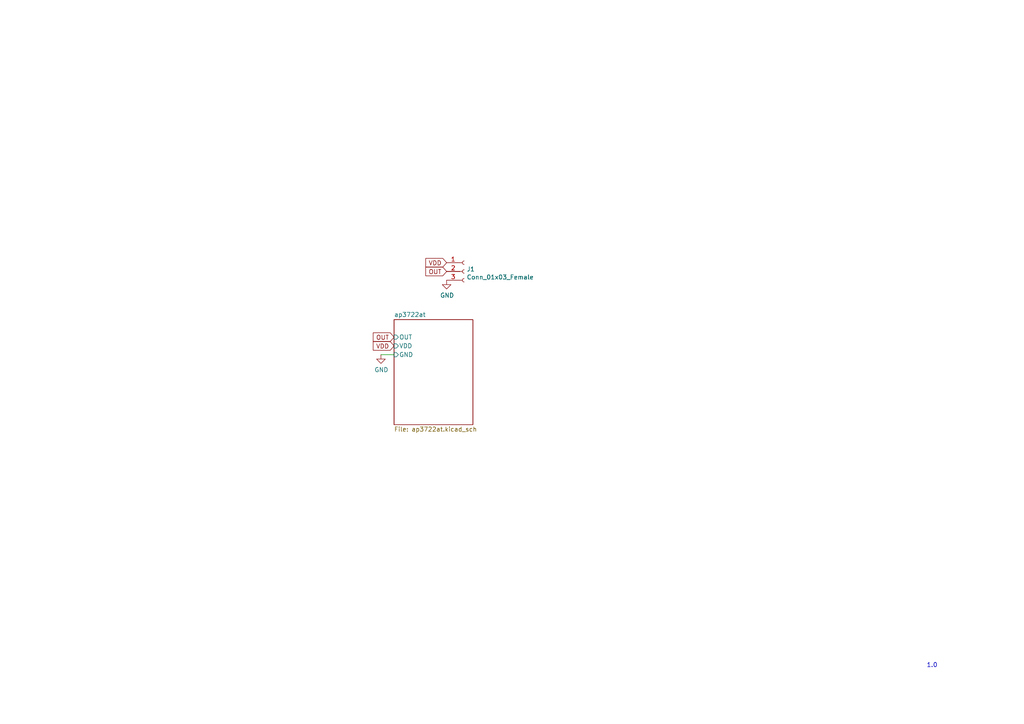
<source format=kicad_sch>
(kicad_sch (version 20211123) (generator eeschema)
  (paper "A4")
  (lib_symbols
    (symbol "Connector:Conn_01x03_Female" (pin_names (offset 1.016) hide)
      (property "Reference" "J" (at 0 5.08 0))
      (property "Value" "Conn_01x03_Female" (at 0 -5.08 0))
      (symbol "Conn_01x03_Female_1_1"
        (arc (start 0 -2.032) (mid -0.508 -2.54) (end 0 -3.048) (stroke (width 0.1524)))
        (polyline (pts (xy -1.27 -2.54) (xy -0.508 -2.54)) (stroke (width 0.1524)))
        (polyline (pts (xy -1.27 0) (xy -0.508 0)) (stroke (width 0.1524)))
        (polyline (pts (xy -1.27 2.54) (xy -0.508 2.54)) (stroke (width 0.1524)))
        (arc (start 0 0.508) (mid -0.508 0) (end 0 -0.508) (stroke (width 0.1524)))
        (arc (start 0 3.048) (mid -0.508 2.54) (end 0 2.032) (stroke (width 0.1524)))
        (pin passive line (at -5.08 2.54 0) (length 3.81) (name "Pin_1") (number "1"))
        (pin passive line (at -5.08 0 0) (length 3.81) (name "Pin_2") (number "2"))
        (pin passive line (at -5.08 -2.54 0) (length 3.81) (name "Pin_3") (number "3"))
      )
    )
    (symbol "power:GND" (power) (pin_names (offset 0))
      (property "Value" "GND" (at 0 -3.81 0))
      (symbol "GND_0_1"
        (polyline (pts (xy 0 0) (xy 0 -1.27) (xy 1.27 -1.27) (xy 0 -2.54) (xy -1.27 -1.27) (xy 0 -1.27)))
      )
      (symbol "GND_1_1"
        (pin power_in line (at 0 0 270) (length 0) hide (name "GND") (number "1"))
      )
    )
  )
  (wire (pts (xy 110.49 102.87) (xy 114.3 102.87)))
  (text "1.0" (at 268.732 193.802 0) (effects (font (size 1.27 1.27)) (justify left bottom)))
  (global_label "OUT" (shape input) (at 129.54 78.74 180) (property "Intersheet References" "${INTERSHEET_REFS}" (effects hide)))
  (global_label "OUT" (shape input) (at 114.3 97.79 180) (property "Intersheet References" "${INTERSHEET_REFS}" (effects hide)))
  (global_label "VDD" (shape input) (at 129.54 76.2 180) (property "Intersheet References" "${INTERSHEET_REFS}" (effects hide)))
  (global_label "VDD" (shape input) (at 114.3 100.33 180) (property "Intersheet References" "${INTERSHEET_REFS}" (effects hide)))
  (symbol (lib_id "Connector:Conn_01x03_Female") (at 134.62 78.74 0) (unit 1)
    (property "Reference" "J1" (at 135.3312 78.0796 0) (effects (justify left)))
    (property "Value" "Conn_01x03_Female" (at 135.3312 80.391 0) (effects (justify left)))
    (property "Footprint" "Connector_PinHeader_2.54mm:PinHeader_1x03_P2.54mm_Vertical" (effects hide))
    (property "JLCPCB BOM" "False" (effects hide))
  )
  (symbol (lib_id "power:GND") (at 129.54 81.28 0) (unit 1)
    (property "Reference" "#PWR03" (effects hide))
    (property "Value" "GND" (at 129.667 85.6742 0))
  )
  (symbol (lib_id "power:GND") (at 110.49 102.87 0) (unit 1)
    (property "Reference" "#PWR0101" (effects hide))
    (property "Value" "GND" (at 110.617 107.2642 0))
  )
  (sheet (at 114.3 92.71) (size 22.86 30.48) (stroke (width 0.1524))
    (property "Sheet name" "ap3722at" (at 114.3 91.9984 0) (effects (justify left bottom)))
    (property "Sheet file" "ap3722at.kicad_sch" (at 114.3 123.7746 0) (effects (justify left top)))
    (pin "OUT" input (at 114.3 97.79 180))
    (pin "VDD" input (at 114.3 100.33 180))
    (pin "GND" input (at 114.3 102.87 180))
  )
)
</source>
